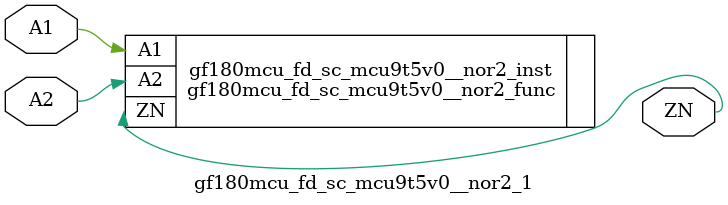
<source format=v>

`ifndef GF180MCU_FD_SC_MCU9T5V0__NOR2_1_V
`define GF180MCU_FD_SC_MCU9T5V0__NOR2_1_V

`include "gf180mcu_fd_sc_mcu9t5v0__nor2.v"

`ifdef USE_POWER_PINS
module gf180mcu_fd_sc_mcu9t5v0__nor2_1( A2, ZN, A1, VDD, VSS );
inout VDD, VSS;
`else // If not USE_POWER_PINS
module gf180mcu_fd_sc_mcu9t5v0__nor2_1( A2, ZN, A1 );
`endif // If not USE_POWER_PINS
input A1, A2;
output ZN;

`ifdef USE_POWER_PINS
  gf180mcu_fd_sc_mcu9t5v0__nor2_func gf180mcu_fd_sc_mcu9t5v0__nor2_inst(.A2(A2),.ZN(ZN),.A1(A1),.VDD(VDD),.VSS(VSS));
`else // If not USE_POWER_PINS
  gf180mcu_fd_sc_mcu9t5v0__nor2_func gf180mcu_fd_sc_mcu9t5v0__nor2_inst(.A2(A2),.ZN(ZN),.A1(A1));
`endif // If not USE_POWER_PINS

`ifndef FUNCTIONAL
	// spec_gates_begin


	// spec_gates_end



   specify

	// specify_block_begin

	// comb arc A1 --> ZN
	 (A1 => ZN) = (1.0,1.0);

	// comb arc A2 --> ZN
	 (A2 => ZN) = (1.0,1.0);

	// specify_block_end

   endspecify

   `endif

endmodule
`endif // GF180MCU_FD_SC_MCU9T5V0__NOR2_1_V

</source>
